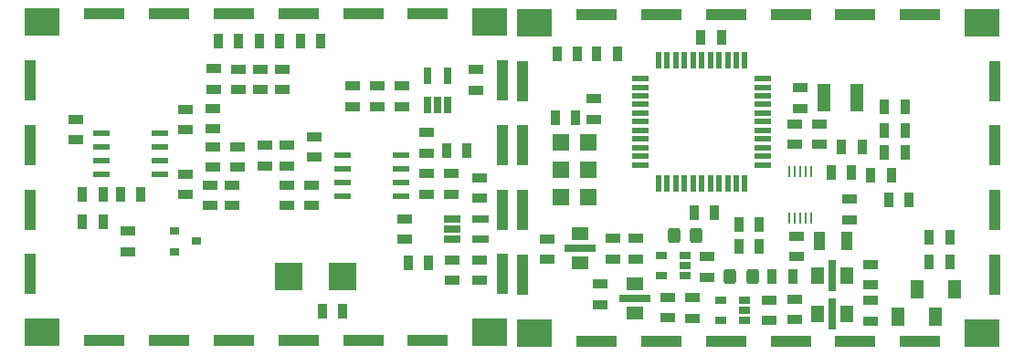
<source format=gbr>
%TF.GenerationSoftware,KiCad,Pcbnew,6.0.4-6f826c9f35~116~ubuntu20.04.1*%
%TF.CreationDate,2022-04-14T19:41:17+00:00*%
%TF.ProjectId,USTSIPIN01,55535453-4950-4494-9e30-312e6b696361,rev?*%
%TF.SameCoordinates,PX6384130PY6d19b00*%
%TF.FileFunction,Paste,Bot*%
%TF.FilePolarity,Positive*%
%FSLAX46Y46*%
G04 Gerber Fmt 4.6, Leading zero omitted, Abs format (unit mm)*
G04 Created by KiCad (PCBNEW 6.0.4-6f826c9f35~116~ubuntu20.04.1) date 2022-04-14 19:41:17*
%MOMM*%
%LPD*%
G01*
G04 APERTURE LIST*
G04 Aperture macros list*
%AMRoundRect*
0 Rectangle with rounded corners*
0 $1 Rounding radius*
0 $2 $3 $4 $5 $6 $7 $8 $9 X,Y pos of 4 corners*
0 Add a 4 corners polygon primitive as box body*
4,1,4,$2,$3,$4,$5,$6,$7,$8,$9,$2,$3,0*
0 Add four circle primitives for the rounded corners*
1,1,$1+$1,$2,$3*
1,1,$1+$1,$4,$5*
1,1,$1+$1,$6,$7*
1,1,$1+$1,$8,$9*
0 Add four rect primitives between the rounded corners*
20,1,$1+$1,$2,$3,$4,$5,0*
20,1,$1+$1,$4,$5,$6,$7,0*
20,1,$1+$1,$6,$7,$8,$9,0*
20,1,$1+$1,$8,$9,$2,$3,0*%
G04 Aperture macros list end*
%ADD10R,1.397000X0.889000*%
%ADD11R,2.550160X2.499360*%
%ADD12R,0.889000X1.397000*%
%ADD13R,1.550000X0.600000*%
%ADD14R,0.650000X1.560000*%
%ADD15R,1.560000X0.650000*%
%ADD16R,0.900000X0.800000*%
%ADD17R,1.300000X1.700000*%
%ADD18RoundRect,0.250000X0.325000X0.450000X-0.325000X0.450000X-0.325000X-0.450000X0.325000X-0.450000X0*%
%ADD19R,1.060000X0.650000*%
%ADD20R,1.500000X1.300000*%
%ADD21R,3.000000X0.700000*%
%ADD22R,1.500000X0.550000*%
%ADD23R,0.550000X1.500000*%
%ADD24R,3.800000X1.000000*%
%ADD25R,1.000000X3.800000*%
%ADD26R,3.300000X2.550000*%
%ADD27R,1.300000X1.500000*%
%ADD28R,0.700000X3.000000*%
%ADD29R,1.524000X1.524000*%
%ADD30R,1.270000X2.540000*%
%ADD31R,0.250000X1.100000*%
%ADD32R,1.000000X1.800000*%
G04 APERTURE END LIST*
D10*
%TO.C,C20*%
X9851000Y20192500D03*
X9851000Y18287500D03*
%TD*%
D11*
%TO.C,C1*%
X29774760Y15938000D03*
X24725240Y15938000D03*
%TD*%
D10*
%TO.C,C3*%
X5025000Y28638000D03*
X5025000Y30543000D03*
%TD*%
D12*
%TO.C,C4*%
X29790000Y12763000D03*
X27885000Y12763000D03*
%TD*%
%TO.C,C5*%
X7565000Y23558000D03*
X5660000Y23558000D03*
%TD*%
D10*
%TO.C,C6*%
X19503000Y24447000D03*
X19503000Y22542000D03*
%TD*%
%TO.C,C7*%
X39823000Y23621500D03*
X39823000Y25526500D03*
%TD*%
%TO.C,C8*%
X32965000Y31749500D03*
X32965000Y33654500D03*
%TD*%
%TO.C,C9*%
X39950000Y17525500D03*
X39950000Y15620500D03*
%TD*%
D12*
%TO.C,C10*%
X11057500Y23558000D03*
X9152500Y23558000D03*
%TD*%
D10*
%TO.C,C11*%
X17471000Y24447000D03*
X17471000Y22542000D03*
%TD*%
%TO.C,C12*%
X37537000Y23621500D03*
X37537000Y25526500D03*
%TD*%
%TO.C,C13*%
X35251000Y31749500D03*
X35251000Y33654500D03*
%TD*%
%TO.C,C14*%
X42490000Y17525500D03*
X42490000Y15620500D03*
%TD*%
%TO.C,C15*%
X20011000Y26098000D03*
X20011000Y28003000D03*
%TD*%
%TO.C,C16*%
X22551000Y28130000D03*
X22551000Y26225000D03*
%TD*%
%TO.C,C17*%
X27123000Y27050500D03*
X27123000Y28955500D03*
%TD*%
%TO.C,C18*%
X26869000Y22542000D03*
X26869000Y24447000D03*
%TD*%
%TO.C,C19*%
X37537000Y27431500D03*
X37537000Y29336500D03*
%TD*%
%TO.C,R3*%
X35505000Y21335500D03*
X35505000Y19430500D03*
%TD*%
%TO.C,R4*%
X30679000Y31749500D03*
X30679000Y33654500D03*
%TD*%
D12*
%TO.C,R5*%
X37727500Y17208000D03*
X35822500Y17208000D03*
%TD*%
%TO.C,R6*%
X7565000Y21018000D03*
X5660000Y21018000D03*
%TD*%
D10*
%TO.C,R7*%
X15185000Y31495500D03*
X15185000Y29590500D03*
%TD*%
%TO.C,R8*%
X17725000Y29654000D03*
X17725000Y31559000D03*
%TD*%
%TO.C,R9*%
X17725000Y26098000D03*
X17725000Y28003000D03*
%TD*%
%TO.C,R10*%
X24583000Y26225000D03*
X24583000Y28130000D03*
%TD*%
%TO.C,R11*%
X24583000Y22542000D03*
X24583000Y24447000D03*
%TD*%
%TO.C,R12*%
X42490000Y23240500D03*
X42490000Y25145500D03*
%TD*%
D12*
%TO.C,R13*%
X39378500Y27622000D03*
X41283500Y27622000D03*
%TD*%
D13*
%TO.C,U1*%
X7405000Y25463000D03*
X7405000Y26733000D03*
X7405000Y28003000D03*
X7405000Y29273000D03*
X12805000Y29273000D03*
X12805000Y28003000D03*
X12805000Y26733000D03*
X12805000Y25463000D03*
%TD*%
D14*
%TO.C,U4*%
X39503000Y31860000D03*
X38553000Y31860000D03*
X37603000Y31860000D03*
X37603000Y34560000D03*
X39503000Y34560000D03*
%TD*%
D15*
%TO.C,U5*%
X39870000Y19433000D03*
X39870000Y20383000D03*
X39870000Y21333000D03*
X42570000Y21333000D03*
X42570000Y19433000D03*
%TD*%
D10*
%TO.C,R2*%
X15185000Y25463000D03*
X15185000Y23558000D03*
%TD*%
D13*
%TO.C,U2*%
X29757000Y23431000D03*
X29757000Y24701000D03*
X29757000Y25971000D03*
X29757000Y27241000D03*
X35157000Y27241000D03*
X35157000Y25971000D03*
X35157000Y24701000D03*
X35157000Y23431000D03*
%TD*%
D10*
%TO.C,R1*%
X42109000Y33273500D03*
X42109000Y35178500D03*
%TD*%
%TO.C,C2*%
X20105000Y35184500D03*
X20105000Y33279500D03*
%TD*%
D16*
%TO.C,U3*%
X14201000Y18290000D03*
X14201000Y20190000D03*
X16201000Y19240000D03*
%TD*%
D17*
%TO.C,D1*%
X81192000Y12261000D03*
X84692000Y12261000D03*
%TD*%
D10*
%TO.C,C55*%
X71794000Y17785500D03*
X71794000Y19690500D03*
%TD*%
D12*
%TO.C,R25*%
X66460000Y18738000D03*
X68365000Y18738000D03*
%TD*%
%TO.C,R27*%
X66460000Y20770000D03*
X68365000Y20770000D03*
%TD*%
%TO.C,R28*%
X69571500Y15944000D03*
X71476500Y15944000D03*
%TD*%
D10*
%TO.C,C21*%
X24169000Y35184500D03*
X24169000Y33279500D03*
%TD*%
%TO.C,C22*%
X78652000Y13721500D03*
X78652000Y11816500D03*
%TD*%
D12*
%TO.C,C36*%
X84113000Y17341000D03*
X86018000Y17341000D03*
%TD*%
D10*
%TO.C,F1*%
X78652000Y15182000D03*
X78652000Y17087000D03*
%TD*%
D12*
%TO.C,F2*%
X84113000Y19627000D03*
X86018000Y19627000D03*
%TD*%
D17*
%TO.C,D3*%
X82970000Y14801000D03*
X86470000Y14801000D03*
%TD*%
D18*
%TO.C,L2*%
X67730000Y15944000D03*
X65680000Y15944000D03*
%TD*%
%TO.C,L3*%
X62532000Y19754000D03*
X60482000Y19754000D03*
%TD*%
D19*
%TO.C,U6*%
X66968000Y13785000D03*
X66968000Y12835000D03*
X66968000Y11885000D03*
X64768000Y11885000D03*
X64768000Y13785000D03*
%TD*%
D10*
%TO.C,C50*%
X54776000Y17595000D03*
X54776000Y19500000D03*
%TD*%
%TO.C,C49*%
X62142000Y12070500D03*
X62142000Y13975500D03*
%TD*%
%TO.C,C42*%
X56935000Y17595000D03*
X56935000Y19500000D03*
%TD*%
D20*
%TO.C,C52*%
X51728000Y17261000D03*
D21*
X51728000Y18611000D03*
D20*
X51728000Y19961000D03*
%TD*%
D10*
%TO.C,C38*%
X59856000Y12134000D03*
X59856000Y14039000D03*
%TD*%
D20*
%TO.C,C51*%
X56808000Y12562000D03*
D21*
X56808000Y13912000D03*
D20*
X56808000Y15262000D03*
%TD*%
D10*
%TO.C,C25*%
X63539000Y17785500D03*
X63539000Y15880500D03*
%TD*%
%TO.C,C44*%
X71667000Y28199500D03*
X71667000Y30104500D03*
%TD*%
%TO.C,C40*%
X73953000Y28199500D03*
X73953000Y30104500D03*
%TD*%
D12*
%TO.C,R24*%
X80366500Y23056000D03*
X82271500Y23056000D03*
%TD*%
D10*
%TO.C,C31*%
X72175000Y33470000D03*
X72175000Y31565000D03*
%TD*%
D12*
%TO.C,C27*%
X79985500Y27501000D03*
X81890500Y27501000D03*
%TD*%
D10*
%TO.C,C53*%
X53633000Y15245500D03*
X53633000Y13340500D03*
%TD*%
D19*
%TO.C,U8*%
X61464000Y17910000D03*
X61464000Y16960000D03*
X61464000Y16010000D03*
X59264000Y16010000D03*
X59264000Y17910000D03*
%TD*%
D22*
%TO.C,U10*%
X57335000Y26328000D03*
X57335000Y27128000D03*
X57335000Y27928000D03*
X57335000Y28728000D03*
X57335000Y29528000D03*
X57335000Y30328000D03*
X57335000Y31128000D03*
X57335000Y31928000D03*
X57335000Y32728000D03*
X57335000Y33528000D03*
X57335000Y34328000D03*
D23*
X59035000Y36028000D03*
X59835000Y36028000D03*
X60635000Y36028000D03*
X61435000Y36028000D03*
X62235000Y36028000D03*
X63035000Y36028000D03*
X63835000Y36028000D03*
X64635000Y36028000D03*
X65435000Y36028000D03*
X66235000Y36028000D03*
X67035000Y36028000D03*
D22*
X68735000Y34328000D03*
X68735000Y33528000D03*
X68735000Y32728000D03*
X68735000Y31928000D03*
X68735000Y31128000D03*
X68735000Y30328000D03*
X68735000Y29528000D03*
X68735000Y28728000D03*
X68735000Y27928000D03*
X68735000Y27128000D03*
X68735000Y26328000D03*
D23*
X67035000Y24628000D03*
X66235000Y24628000D03*
X65435000Y24628000D03*
X64635000Y24628000D03*
X63835000Y24628000D03*
X63035000Y24628000D03*
X62235000Y24628000D03*
X61435000Y24628000D03*
X60635000Y24628000D03*
X59835000Y24628000D03*
X59035000Y24628000D03*
%TD*%
D12*
%TO.C,R20*%
X75985000Y28009000D03*
X77890000Y28009000D03*
%TD*%
D24*
%TO.C,M7*%
X77286000Y9967000D03*
X71286000Y40267000D03*
X65286000Y40267000D03*
D25*
X46386000Y34117000D03*
D24*
X53286000Y40267000D03*
X53286000Y9967000D03*
X77286000Y40267000D03*
X83286000Y40267000D03*
D25*
X90186000Y34117000D03*
D26*
X89036000Y39492000D03*
D24*
X83286000Y9967000D03*
X59286000Y40267000D03*
D25*
X46386000Y28117000D03*
D24*
X65286000Y9967000D03*
D25*
X90186000Y28117000D03*
X46386000Y22117000D03*
X90186000Y22117000D03*
X90186000Y16117000D03*
X46386000Y16117000D03*
D24*
X59286000Y9967000D03*
D26*
X47536000Y10742000D03*
X89036000Y10742000D03*
D24*
X71286000Y9967000D03*
D26*
X47536000Y39492000D03*
%TD*%
D27*
%TO.C,C29*%
X76446000Y16071000D03*
D28*
X75096000Y16071000D03*
D27*
X73746000Y16071000D03*
%TD*%
D29*
%TO.C,J22*%
X49950000Y23310000D03*
X52490000Y23310000D03*
X49950000Y25850000D03*
X52490000Y25850000D03*
X49950000Y28390000D03*
X52490000Y28390000D03*
%TD*%
D12*
%TO.C,R23*%
X49442000Y30676000D03*
X51347000Y30676000D03*
%TD*%
%TO.C,C26*%
X78715500Y25342000D03*
X80620500Y25342000D03*
%TD*%
%TO.C,C28*%
X79985500Y29533000D03*
X81890500Y29533000D03*
%TD*%
%TO.C,C30*%
X49632500Y36645000D03*
X51537500Y36645000D03*
%TD*%
%TO.C,C33*%
X55220500Y36645000D03*
X53315500Y36645000D03*
%TD*%
D10*
%TO.C,C34*%
X52998000Y30549000D03*
X52998000Y32454000D03*
%TD*%
D12*
%TO.C,C35*%
X64237500Y21913000D03*
X62332500Y21913000D03*
%TD*%
%TO.C,C39*%
X62967500Y38169000D03*
X64872500Y38169000D03*
%TD*%
%TO.C,C43*%
X79985500Y31692000D03*
X81890500Y31692000D03*
%TD*%
D10*
%TO.C,C47*%
X76747000Y23119500D03*
X76747000Y21214500D03*
%TD*%
D30*
%TO.C,L1*%
X77382000Y32581000D03*
X74334000Y32581000D03*
%TD*%
D12*
%TO.C,R21*%
X75032500Y25596000D03*
X76937500Y25596000D03*
%TD*%
D31*
%TO.C,U11*%
X73175000Y21414000D03*
X72675000Y21414000D03*
X72175000Y21414000D03*
X71675000Y21414000D03*
X71175000Y21414000D03*
X71175000Y25714000D03*
X71675000Y25714000D03*
X72175000Y25714000D03*
X72675000Y25714000D03*
X73175000Y25714000D03*
%TD*%
D32*
%TO.C,Y2*%
X73953000Y19246000D03*
X76453000Y19246000D03*
%TD*%
D10*
%TO.C,C23*%
X22137000Y35184500D03*
X22137000Y33279500D03*
%TD*%
%TO.C,C24*%
X17819000Y35248000D03*
X17819000Y33343000D03*
%TD*%
%TO.C,C32*%
X69254000Y13785000D03*
X69254000Y11880000D03*
%TD*%
D27*
%TO.C,C45*%
X76446000Y12515000D03*
D28*
X75096000Y12515000D03*
D27*
X73746000Y12515000D03*
%TD*%
D10*
%TO.C,C48*%
X71667000Y13848500D03*
X71667000Y11943500D03*
%TD*%
%TO.C,C54*%
X48680000Y19436500D03*
X48680000Y17531500D03*
%TD*%
D12*
%TO.C,R15*%
X25820000Y37788000D03*
X27725000Y37788000D03*
%TD*%
%TO.C,R19*%
X22010000Y37788000D03*
X23915000Y37788000D03*
%TD*%
%TO.C,R22*%
X18200000Y37788000D03*
X20105000Y37788000D03*
%TD*%
D24*
%TO.C,M6*%
X25659000Y10028000D03*
X7659000Y10028000D03*
X37659000Y40328000D03*
D26*
X43409000Y10803000D03*
D25*
X759000Y16178000D03*
X44559000Y22178000D03*
D24*
X19659000Y10028000D03*
X7659000Y40328000D03*
D25*
X44559000Y16178000D03*
D24*
X31659000Y10028000D03*
D25*
X44559000Y34178000D03*
D24*
X19659000Y40328000D03*
X13659000Y10028000D03*
D26*
X1909000Y39553000D03*
D25*
X759000Y22178000D03*
X759000Y28178000D03*
D24*
X13659000Y40328000D03*
D25*
X44559000Y28178000D03*
D26*
X43409000Y39553000D03*
D24*
X37659000Y10028000D03*
X31659000Y40328000D03*
D25*
X759000Y34178000D03*
D26*
X1909000Y10803000D03*
D24*
X25659000Y40328000D03*
%TD*%
M02*

</source>
